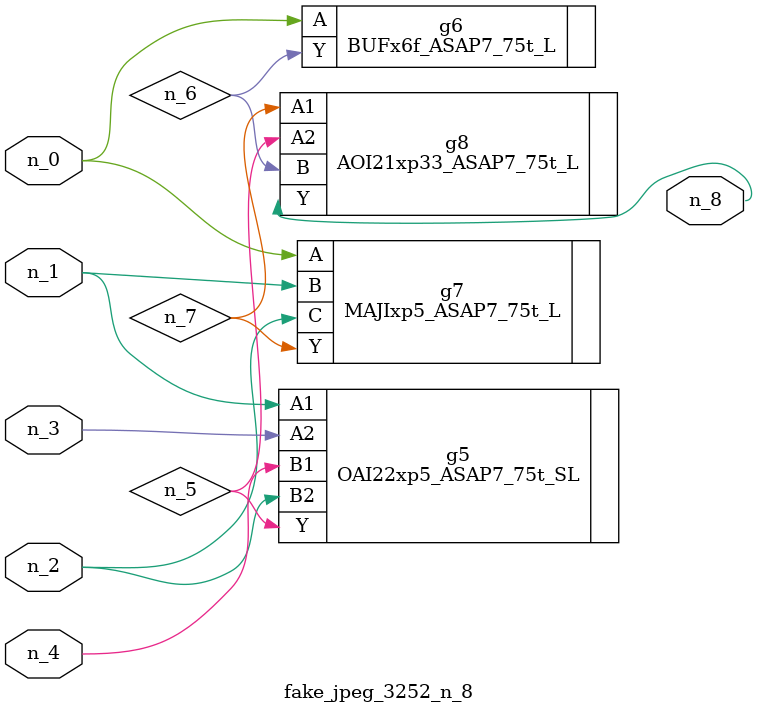
<source format=v>
module fake_jpeg_3252_n_8 (n_3, n_2, n_1, n_0, n_4, n_8);

input n_3;
input n_2;
input n_1;
input n_0;
input n_4;

output n_8;

wire n_6;
wire n_5;
wire n_7;

OAI22xp5_ASAP7_75t_SL g5 ( 
.A1(n_1),
.A2(n_3),
.B1(n_4),
.B2(n_2),
.Y(n_5)
);

BUFx6f_ASAP7_75t_L g6 ( 
.A(n_0),
.Y(n_6)
);

MAJIxp5_ASAP7_75t_L g7 ( 
.A(n_0),
.B(n_1),
.C(n_2),
.Y(n_7)
);

AOI21xp33_ASAP7_75t_L g8 ( 
.A1(n_7),
.A2(n_5),
.B(n_6),
.Y(n_8)
);


endmodule
</source>
